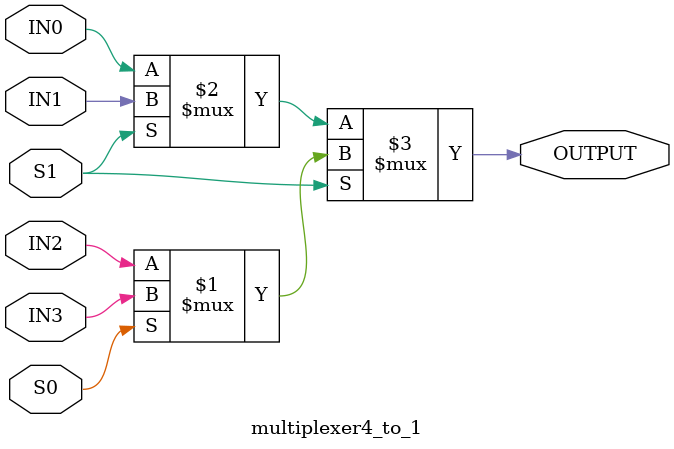
<source format=v>
`timescale 1ns / 1ps
module multiplexer4_to_1(OUTPUT, IN0, IN1, IN2, IN3, S1, S0);
    input IN0, IN1, IN2, IN3, S0, S1;
    output OUTPUT;
    // Use nested conditional operator 
    assign OUTPUT = S1 ? ( S0 ? IN3 : IN2) : (S1 ? IN1 : IN0); 
endmodule

</source>
